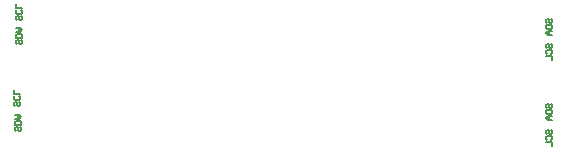
<source format=gbo>
G04*
G04 #@! TF.GenerationSoftware,Altium Limited,Altium Designer,19.1.7 (138)*
G04*
G04 Layer_Color=32896*
%FSLAX25Y25*%
%MOIN*%
G70*
G01*
G75*
%ADD14C,0.00500*%
D14*
X11866Y44733D02*
X12199Y44400D01*
Y43733D01*
X11866Y43400D01*
X11533D01*
X11200Y43733D01*
Y44400D01*
X10866Y44733D01*
X10533D01*
X10200Y44400D01*
Y43733D01*
X10533Y43400D01*
X11866Y46732D02*
X12199Y46399D01*
Y45733D01*
X11866Y45399D01*
X10533D01*
X10200Y45733D01*
Y46399D01*
X10533Y46732D01*
X12199Y47399D02*
X10200D01*
Y48732D01*
X12466Y65233D02*
X12799Y64900D01*
Y64233D01*
X12466Y63900D01*
X12133D01*
X11800Y64233D01*
Y64900D01*
X11467Y65233D01*
X11133D01*
X10800Y64900D01*
Y64233D01*
X11133Y63900D01*
X12799Y65899D02*
X10800D01*
Y66899D01*
X11133Y67232D01*
X12466D01*
X12799Y66899D01*
Y65899D01*
X10800Y67899D02*
X12133D01*
X12799Y68565D01*
X12133Y69232D01*
X10800D01*
X11800D01*
Y67899D01*
X12066Y36333D02*
X12399Y36000D01*
Y35333D01*
X12066Y35000D01*
X11733D01*
X11400Y35333D01*
Y36000D01*
X11067Y36333D01*
X10733D01*
X10400Y36000D01*
Y35333D01*
X10733Y35000D01*
X12399Y36999D02*
X10400D01*
Y37999D01*
X10733Y38332D01*
X12066D01*
X12399Y37999D01*
Y36999D01*
X10400Y38999D02*
X11733D01*
X12399Y39665D01*
X11733Y40332D01*
X10400D01*
X11400D01*
Y38999D01*
X12566Y73233D02*
X12899Y72900D01*
Y72233D01*
X12566Y71900D01*
X12233D01*
X11900Y72233D01*
Y72900D01*
X11567Y73233D01*
X11233D01*
X10900Y72900D01*
Y72233D01*
X11233Y71900D01*
X12566Y75232D02*
X12899Y74899D01*
Y74233D01*
X12566Y73899D01*
X11233D01*
X10900Y74233D01*
Y74899D01*
X11233Y75232D01*
X12899Y75899D02*
X10900D01*
Y77232D01*
X187934Y34067D02*
X187601Y34400D01*
Y35067D01*
X187934Y35400D01*
X188267D01*
X188600Y35067D01*
Y34400D01*
X188934Y34067D01*
X189267D01*
X189600Y34400D01*
Y35067D01*
X189267Y35400D01*
X187934Y32068D02*
X187601Y32401D01*
Y33067D01*
X187934Y33401D01*
X189267D01*
X189600Y33067D01*
Y32401D01*
X189267Y32068D01*
X187601Y31401D02*
X189600D01*
Y30068D01*
X187834Y62567D02*
X187501Y62900D01*
Y63567D01*
X187834Y63900D01*
X188167D01*
X188500Y63567D01*
Y62900D01*
X188833Y62567D01*
X189167D01*
X189500Y62900D01*
Y63567D01*
X189167Y63900D01*
X187834Y60568D02*
X187501Y60901D01*
Y61567D01*
X187834Y61901D01*
X189167D01*
X189500Y61567D01*
Y60901D01*
X189167Y60568D01*
X187501Y59901D02*
X189500D01*
Y58568D01*
X187834Y42567D02*
X187501Y42900D01*
Y43567D01*
X187834Y43900D01*
X188167D01*
X188500Y43567D01*
Y42900D01*
X188833Y42567D01*
X189167D01*
X189500Y42900D01*
Y43567D01*
X189167Y43900D01*
X187501Y41901D02*
X189500D01*
Y40901D01*
X189167Y40568D01*
X187834D01*
X187501Y40901D01*
Y41901D01*
X189500Y39901D02*
X188167D01*
X187501Y39235D01*
X188167Y38568D01*
X189500D01*
X188500D01*
Y39901D01*
X187934Y70967D02*
X187601Y71300D01*
Y71967D01*
X187934Y72300D01*
X188267D01*
X188600Y71967D01*
Y71300D01*
X188934Y70967D01*
X189267D01*
X189600Y71300D01*
Y71967D01*
X189267Y72300D01*
X187601Y70301D02*
X189600D01*
Y69301D01*
X189267Y68968D01*
X187934D01*
X187601Y69301D01*
Y70301D01*
X189600Y68301D02*
X188267D01*
X187601Y67635D01*
X188267Y66968D01*
X189600D01*
X188600D01*
Y68301D01*
M02*

</source>
